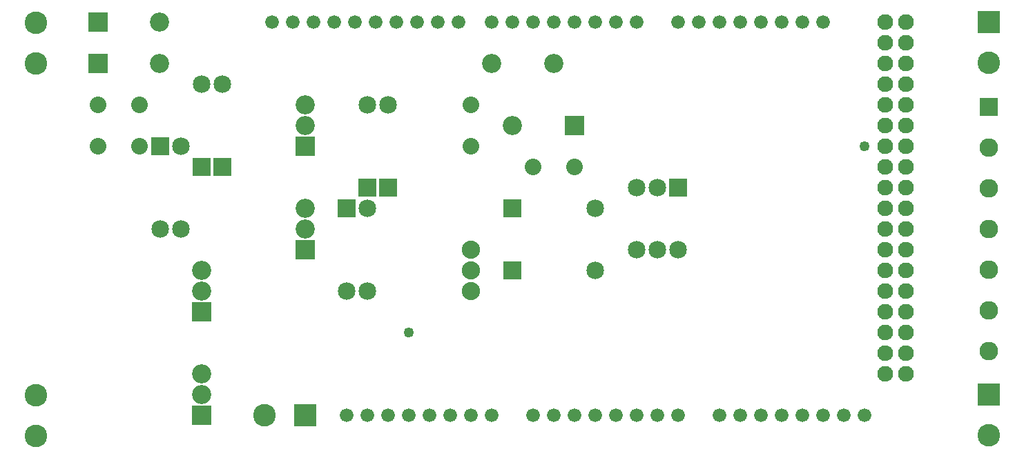
<source format=gbs>
G04 MADE WITH FRITZING*
G04 WWW.FRITZING.ORG*
G04 DOUBLE SIDED*
G04 HOLES PLATED*
G04 CONTOUR ON CENTER OF CONTOUR VECTOR*
%ASAXBY*%
%FSLAX23Y23*%
%MOIN*%
%OFA0B0*%
%SFA1.0B1.0*%
%ADD10C,0.088000*%
%ADD11C,0.109055*%
%ADD12C,0.092000*%
%ADD13C,0.080000*%
%ADD14C,0.065990*%
%ADD15C,0.075993*%
%ADD16C,0.075965*%
%ADD17C,0.085000*%
%ADD18C,0.090000*%
%ADD19C,0.049370*%
%ADD20R,0.092000X0.092000*%
%ADD21R,0.109055X0.109055*%
%ADD22R,0.085000X0.085000*%
%ADD23R,0.090000X0.090000*%
%ADD24C,0.030000*%
%LNMASK0*%
G90*
G70*
G54D10*
X2371Y989D03*
X2371Y889D03*
X2371Y789D03*
G54D11*
X271Y1889D03*
X271Y2085D03*
X271Y89D03*
X271Y285D03*
G54D12*
X1071Y189D03*
X1071Y289D03*
X1071Y389D03*
X1571Y989D03*
X1571Y1089D03*
X1571Y1189D03*
X1071Y689D03*
X1071Y789D03*
X1071Y889D03*
X1571Y1489D03*
X1571Y1589D03*
X1571Y1689D03*
X2871Y1589D03*
X2573Y1589D03*
X571Y2089D03*
X869Y2089D03*
X2771Y1889D03*
X2473Y1889D03*
X571Y1889D03*
X869Y1889D03*
G54D13*
X2671Y1389D03*
X2871Y1389D03*
X771Y1489D03*
X771Y1689D03*
X2371Y1489D03*
X2371Y1689D03*
X571Y1489D03*
X571Y1689D03*
G54D11*
X1571Y189D03*
X1374Y189D03*
X4871Y2089D03*
X4871Y1892D03*
X4871Y289D03*
X4871Y92D03*
G54D14*
X3671Y189D03*
X2071Y189D03*
X3771Y189D03*
X3871Y189D03*
X3971Y189D03*
X4071Y189D03*
G54D15*
X4371Y1589D03*
G54D14*
X4171Y189D03*
X4271Y189D03*
X2111Y2089D03*
X2671Y189D03*
X2771Y189D03*
X2871Y189D03*
X2971Y189D03*
G54D15*
X4371Y789D03*
G54D14*
X3071Y189D03*
X3171Y189D03*
X3271Y189D03*
X3371Y189D03*
X2871Y2089D03*
G54D15*
X4371Y1989D03*
X4371Y1189D03*
X4371Y389D03*
G54D14*
X1711Y2089D03*
X2471Y189D03*
X2471Y2089D03*
G54D15*
X4371Y1789D03*
X4371Y1389D03*
G54D16*
X4371Y989D03*
G54D14*
X4071Y2089D03*
G54D15*
X4371Y589D03*
G54D14*
X3971Y2089D03*
X3871Y2089D03*
X3771Y2089D03*
X3671Y2089D03*
X3571Y2089D03*
X3471Y2089D03*
X3371Y2089D03*
X1511Y2089D03*
X1911Y2089D03*
X2311Y2089D03*
X1871Y189D03*
X2271Y189D03*
X3071Y2089D03*
X2671Y2089D03*
G54D15*
X4371Y2089D03*
X4371Y1889D03*
X4371Y1689D03*
X4371Y1489D03*
X4371Y1289D03*
X4371Y1089D03*
X4371Y889D03*
X4371Y689D03*
G54D16*
X4371Y489D03*
G54D14*
X1411Y2089D03*
X1611Y2089D03*
X1811Y2089D03*
X2011Y2089D03*
X2211Y2089D03*
X1771Y189D03*
X1971Y189D03*
X2171Y189D03*
X2371Y189D03*
X3171Y2089D03*
X2971Y2089D03*
X2771Y2089D03*
X2571Y2089D03*
G54D15*
X4471Y2089D03*
X4471Y1989D03*
X4471Y1889D03*
X4471Y1789D03*
X4471Y1689D03*
X4471Y1589D03*
X4471Y1489D03*
X4471Y1389D03*
X4471Y1289D03*
X4471Y1189D03*
X4471Y1089D03*
G54D16*
X4471Y989D03*
G54D15*
X4471Y889D03*
X4471Y789D03*
X4471Y689D03*
X4471Y589D03*
G54D16*
X4471Y489D03*
G54D15*
X4471Y389D03*
G54D14*
X3571Y189D03*
G54D17*
X3371Y1289D03*
X3371Y989D03*
X3271Y1289D03*
X3271Y989D03*
X3171Y1289D03*
X3171Y989D03*
X2571Y889D03*
X2971Y889D03*
X1871Y1289D03*
X1871Y1689D03*
X1071Y1389D03*
X1071Y1789D03*
X1871Y1189D03*
X1871Y789D03*
X971Y1489D03*
X971Y1089D03*
X1771Y1189D03*
X1771Y789D03*
X871Y1489D03*
X871Y1089D03*
X1971Y1289D03*
X1971Y1689D03*
X1171Y1389D03*
X1171Y1789D03*
X2571Y1189D03*
X2971Y1189D03*
G54D18*
X4871Y1679D03*
X4871Y1482D03*
X4871Y1285D03*
X4871Y1089D03*
X4871Y892D03*
X4871Y695D03*
X4871Y498D03*
G54D19*
X4271Y1489D03*
X2071Y589D03*
G54D20*
X1071Y189D03*
X1571Y989D03*
X1071Y689D03*
X1571Y1489D03*
X2872Y1589D03*
X570Y2089D03*
X570Y1889D03*
G54D21*
X1571Y189D03*
X4871Y2089D03*
X4871Y289D03*
G54D22*
X3371Y1289D03*
X2571Y889D03*
X1871Y1289D03*
X1071Y1389D03*
X1771Y1189D03*
X871Y1489D03*
X1971Y1289D03*
X1171Y1389D03*
X2571Y1189D03*
G54D23*
X4871Y1679D03*
G54D24*
G36*
X231Y1849D02*
X231Y1928D01*
X310Y1928D01*
X310Y1849D01*
X231Y1849D01*
G37*
D02*
G36*
X231Y49D02*
X231Y128D01*
X310Y128D01*
X310Y49D01*
X231Y49D01*
G37*
D02*
G36*
X2741Y1858D02*
X2741Y1920D01*
X2803Y1920D01*
X2803Y1858D01*
X2741Y1858D01*
G37*
D02*
G36*
X1898Y1161D02*
X1843Y1161D01*
X1843Y1216D01*
X1898Y1216D01*
X1898Y1161D01*
G37*
D02*
G36*
X998Y1461D02*
X943Y1461D01*
X943Y1516D01*
X998Y1516D01*
X998Y1461D01*
G37*
D02*
G04 End of Mask0*
M02*
</source>
